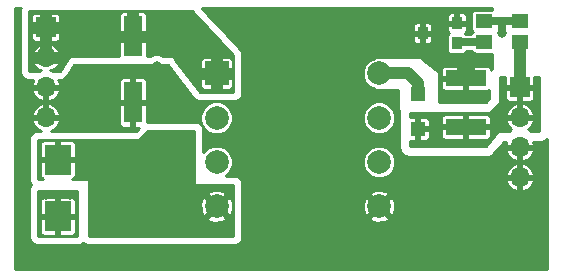
<source format=gtl>
G04 #@! TF.GenerationSoftware,KiCad,Pcbnew,5.0.0-rc2-unknown-r13164-44c1f578*
G04 #@! TF.CreationDate,2018-07-01T17:53:07+03:00*
G04 #@! TF.ProjectId,nixie-ps,6E697869652D70732E6B696361645F70,rev?*
G04 #@! TF.SameCoordinates,Original*
G04 #@! TF.FileFunction,Copper,L1,Top,Signal*
G04 #@! TF.FilePolarity,Positive*
%FSLAX46Y46*%
G04 Gerber Fmt 4.6, Leading zero omitted, Abs format (unit mm)*
G04 Created by KiCad (PCBNEW 5.0.0-rc2-unknown-r13164-44c1f578) date Sun Jul  1 17:53:07 2018*
%MOMM*%
%LPD*%
G01*
G04 APERTURE LIST*
G04 #@! TA.AperFunction,ComponentPad*
%ADD10C,2.000000*%
G04 #@! TD*
G04 #@! TA.AperFunction,ComponentPad*
%ADD11R,2.000000X2.000000*%
G04 #@! TD*
G04 #@! TA.AperFunction,SMDPad,CuDef*
%ADD12R,1.600000X3.500000*%
G04 #@! TD*
G04 #@! TA.AperFunction,SMDPad,CuDef*
%ADD13R,3.500000X1.400000*%
G04 #@! TD*
G04 #@! TA.AperFunction,SMDPad,CuDef*
%ADD14R,1.250000X1.250000*%
G04 #@! TD*
G04 #@! TA.AperFunction,SMDPad,CuDef*
%ADD15R,2.300000X2.500000*%
G04 #@! TD*
G04 #@! TA.AperFunction,SMDPad,CuDef*
%ADD16R,1.450000X1.150000*%
G04 #@! TD*
G04 #@! TA.AperFunction,SMDPad,CuDef*
%ADD17R,0.900000X1.100000*%
G04 #@! TD*
G04 #@! TA.AperFunction,ComponentPad*
%ADD18R,1.700000X1.700000*%
G04 #@! TD*
G04 #@! TA.AperFunction,ComponentPad*
%ADD19O,1.700000X1.700000*%
G04 #@! TD*
G04 #@! TA.AperFunction,ViaPad*
%ADD20C,0.800000*%
G04 #@! TD*
G04 #@! TA.AperFunction,Conductor*
%ADD21C,0.300000*%
G04 #@! TD*
G04 #@! TA.AperFunction,Conductor*
%ADD22C,1.500000*%
G04 #@! TD*
G04 #@! TA.AperFunction,Conductor*
%ADD23C,1.000000*%
G04 #@! TD*
G04 #@! TA.AperFunction,Conductor*
%ADD24C,0.700000*%
G04 #@! TD*
G04 #@! TA.AperFunction,Conductor*
%ADD25C,0.254000*%
G04 #@! TD*
G04 APERTURE END LIST*
D10*
G04 #@! TO.P,T1,8*
G04 #@! TO.N,Net-(D1-Pad2)*
X128287000Y-105000000D03*
G04 #@! TO.P,T1,7*
G04 #@! TO.N,Net-(T1-Pad7)*
X128287000Y-108750000D03*
G04 #@! TO.P,T1,6*
G04 #@! TO.N,Net-(T1-Pad6)*
X128287000Y-112500000D03*
G04 #@! TO.P,T1,5*
G04 #@! TO.N,GND*
X128287000Y-116250000D03*
G04 #@! TO.P,T1,4*
G04 #@! TO.N,Net-(D2-Pad1)*
X114537000Y-116250000D03*
G04 #@! TO.P,T1,3*
G04 #@! TO.N,Net-(T1-Pad3)*
X114537000Y-112500000D03*
G04 #@! TO.P,T1,2*
G04 #@! TO.N,Net-(T1-Pad2)*
X114537000Y-108750000D03*
D11*
G04 #@! TO.P,T1,1*
G04 #@! TO.N,/VIN*
X114537000Y-105000000D03*
G04 #@! TD*
D12*
G04 #@! TO.P,C1,1*
G04 #@! TO.N,/VIN*
X107442000Y-101848000D03*
G04 #@! TO.P,C1,2*
G04 #@! TO.N,GND*
X107442000Y-107448000D03*
G04 #@! TD*
D13*
G04 #@! TO.P,C2,1*
G04 #@! TO.N,/VOUT*
X135636000Y-109510000D03*
G04 #@! TO.P,C2,2*
G04 #@! TO.N,GND*
X135636000Y-105410000D03*
G04 #@! TD*
D14*
G04 #@! TO.P,D1,1*
G04 #@! TO.N,/VOUT*
X131572000Y-109679000D03*
G04 #@! TO.P,D1,2*
G04 #@! TO.N,Net-(D1-Pad2)*
X131572000Y-106729000D03*
G04 #@! TD*
D15*
G04 #@! TO.P,D2,1*
G04 #@! TO.N,Net-(D2-Pad1)*
X101092000Y-112294000D03*
G04 #@! TO.P,D2,2*
G04 #@! TO.N,/ISEN*
X101092000Y-117094000D03*
G04 #@! TD*
D16*
G04 #@! TO.P,R1,2*
G04 #@! TO.N,/FB*
X140208000Y-100562000D03*
G04 #@! TO.P,R1,1*
G04 #@! TO.N,/VOUT*
X140208000Y-102362000D03*
G04 #@! TD*
G04 #@! TO.P,R2,1*
G04 #@! TO.N,/FB*
X137160000Y-100562000D03*
G04 #@! TO.P,R2,2*
G04 #@! TO.N,Net-(R2-Pad2)*
X137160000Y-102362000D03*
G04 #@! TD*
D17*
G04 #@! TO.P,RV1,1*
G04 #@! TO.N,Net-(R2-Pad2)*
X134874000Y-102450000D03*
G04 #@! TO.P,RV1,2*
G04 #@! TO.N,GND*
X131974000Y-101600000D03*
G04 #@! TO.P,RV1,3*
X134874000Y-100750000D03*
G04 #@! TD*
D18*
G04 #@! TO.P,J1,1*
G04 #@! TO.N,/VIN*
X100076000Y-101092000D03*
D19*
G04 #@! TO.P,J1,2*
X100076000Y-103632000D03*
G04 #@! TO.P,J1,3*
G04 #@! TO.N,GND*
X100076000Y-106172000D03*
G04 #@! TO.P,J1,4*
X100076000Y-108712000D03*
G04 #@! TD*
G04 #@! TO.P,J2,4*
G04 #@! TO.N,GND*
X140208000Y-113792000D03*
G04 #@! TO.P,J2,3*
X140208000Y-111252000D03*
G04 #@! TO.P,J2,2*
G04 #@! TO.N,/VOUT*
X140208000Y-108712000D03*
D18*
G04 #@! TO.P,J2,1*
X140208000Y-106172000D03*
G04 #@! TD*
D20*
G04 #@! TO.N,GND*
X98298000Y-119761000D03*
X98298000Y-120967500D03*
X134366000Y-103949500D03*
X135763000Y-103949500D03*
X137033000Y-103949500D03*
X115316000Y-100330000D03*
X117094000Y-100330000D03*
X119126000Y-100330000D03*
X116332000Y-107950000D03*
X116332000Y-109474000D03*
X116332000Y-110998000D03*
X98298000Y-118618000D03*
X98298000Y-117348000D03*
X108458000Y-105156000D03*
X109474000Y-104394000D03*
X116332000Y-112522000D03*
X133096000Y-104000000D03*
G04 #@! TO.N,Net-(D2-Pad1)*
X106172000Y-111760000D03*
X107696000Y-111760000D03*
X109220000Y-111760000D03*
X110744000Y-111760000D03*
X111760000Y-111252000D03*
X111760000Y-112776000D03*
X111760000Y-114300000D03*
X113284000Y-114808000D03*
X111760000Y-115824000D03*
X112776000Y-115824000D03*
X112268000Y-118237000D03*
X112268000Y-116840000D03*
X106362500Y-118237000D03*
X107696000Y-118237000D03*
X109220000Y-118237000D03*
X110744000Y-118237000D03*
X113792000Y-118237000D03*
X115316000Y-118237000D03*
X108712000Y-110744000D03*
X110236000Y-110744000D03*
G04 #@! TO.N,/FB*
X138684000Y-101600000D03*
G04 #@! TO.N,/ISEN*
X100076000Y-115316000D03*
X101092000Y-115316000D03*
X102108000Y-115316000D03*
G04 #@! TD*
D21*
G04 #@! TO.N,GND*
X135636000Y-104076500D02*
X135763000Y-103949500D01*
D22*
X135636000Y-105283000D02*
X135636000Y-104013000D01*
D23*
G04 #@! TO.N,/VOUT*
X140208000Y-103237000D02*
X140208000Y-106172000D01*
X140208000Y-102362000D02*
X140208000Y-103237000D01*
D24*
G04 #@! TO.N,/FB*
X140208000Y-100562000D02*
X138684000Y-100562000D01*
X138684000Y-101600000D02*
X138684000Y-100562000D01*
X138684000Y-100562000D02*
X137160000Y-100562000D01*
D21*
G04 #@! TO.N,Net-(R2-Pad2)*
X135050000Y-102362000D02*
X134874000Y-102538000D01*
D24*
X137414000Y-102362000D02*
X135050000Y-102362000D01*
D23*
G04 #@! TO.N,Net-(D1-Pad2)*
X131572000Y-105804000D02*
X131572000Y-106729000D01*
X130768000Y-105000000D02*
X131572000Y-105804000D01*
X128287000Y-105000000D02*
X130768000Y-105000000D01*
G04 #@! TD*
D25*
G04 #@! TO.N,/VIN*
G36*
X115951000Y-103428058D02*
X115951000Y-106553000D01*
X113093500Y-106553000D01*
X112279938Y-105468250D01*
X113156000Y-105468250D01*
X113156000Y-106075785D01*
X113214004Y-106215819D01*
X113321180Y-106322996D01*
X113461214Y-106381000D01*
X114068750Y-106381000D01*
X114164000Y-106285750D01*
X114164000Y-105373000D01*
X114910000Y-105373000D01*
X114910000Y-106285750D01*
X115005250Y-106381000D01*
X115612786Y-106381000D01*
X115752820Y-106322996D01*
X115859996Y-106215819D01*
X115918000Y-106075785D01*
X115918000Y-105468250D01*
X115822750Y-105373000D01*
X114910000Y-105373000D01*
X114164000Y-105373000D01*
X113251250Y-105373000D01*
X113156000Y-105468250D01*
X112279938Y-105468250D01*
X111121912Y-103924215D01*
X113156000Y-103924215D01*
X113156000Y-104531750D01*
X113251250Y-104627000D01*
X114164000Y-104627000D01*
X114164000Y-103714250D01*
X114910000Y-103714250D01*
X114910000Y-104627000D01*
X115822750Y-104627000D01*
X115918000Y-104531750D01*
X115918000Y-103924215D01*
X115859996Y-103784181D01*
X115752820Y-103677004D01*
X115612786Y-103619000D01*
X115005250Y-103619000D01*
X114910000Y-103714250D01*
X114164000Y-103714250D01*
X114068750Y-103619000D01*
X113461214Y-103619000D01*
X113321180Y-103677004D01*
X113214004Y-103784181D01*
X113156000Y-103924215D01*
X111121912Y-103924215D01*
X110845600Y-103555800D01*
X110808706Y-103522720D01*
X110744000Y-103505000D01*
X110032350Y-103505000D01*
X109679874Y-103359000D01*
X109268126Y-103359000D01*
X108915650Y-103505000D01*
X108623000Y-103505000D01*
X108623000Y-102316250D01*
X108527750Y-102221000D01*
X107815000Y-102221000D01*
X107815000Y-102241000D01*
X107069000Y-102241000D01*
X107069000Y-102221000D01*
X106356250Y-102221000D01*
X106261000Y-102316250D01*
X106261000Y-103505000D01*
X102108000Y-103505000D01*
X102059399Y-103514667D01*
X102018197Y-103542197D01*
X101999098Y-103566659D01*
X101274093Y-104775000D01*
X100658170Y-104775000D01*
X100655418Y-104773161D01*
X100449002Y-104732102D01*
X100449002Y-104709915D01*
X100627931Y-104732371D01*
X101007012Y-104437395D01*
X101176336Y-104183926D01*
X101148753Y-104005000D01*
X100449000Y-104005000D01*
X100449000Y-104025000D01*
X99703000Y-104025000D01*
X99703000Y-104005000D01*
X99003247Y-104005000D01*
X98975664Y-104183926D01*
X99144988Y-104437395D01*
X99524069Y-104732371D01*
X99702998Y-104709915D01*
X99702998Y-104732102D01*
X99496582Y-104773161D01*
X99493830Y-104775000D01*
X98679000Y-104775000D01*
X98679000Y-103080074D01*
X98975664Y-103080074D01*
X99003247Y-103259000D01*
X99703000Y-103259000D01*
X99703000Y-102554085D01*
X100449000Y-102554085D01*
X100449000Y-103259000D01*
X101148753Y-103259000D01*
X101176336Y-103080074D01*
X101007012Y-102826605D01*
X100627931Y-102531629D01*
X100449000Y-102554085D01*
X99703000Y-102554085D01*
X99524069Y-102531629D01*
X99144988Y-102826605D01*
X98975664Y-103080074D01*
X98679000Y-103080074D01*
X98679000Y-101560250D01*
X98845000Y-101560250D01*
X98845000Y-102017785D01*
X98903004Y-102157819D01*
X99010180Y-102264996D01*
X99150214Y-102323000D01*
X99607750Y-102323000D01*
X99703000Y-102227750D01*
X99703000Y-101465000D01*
X100449000Y-101465000D01*
X100449000Y-102227750D01*
X100544250Y-102323000D01*
X101001786Y-102323000D01*
X101141820Y-102264996D01*
X101248996Y-102157819D01*
X101307000Y-102017785D01*
X101307000Y-101560250D01*
X101211750Y-101465000D01*
X100449000Y-101465000D01*
X99703000Y-101465000D01*
X98940250Y-101465000D01*
X98845000Y-101560250D01*
X98679000Y-101560250D01*
X98679000Y-100166215D01*
X98845000Y-100166215D01*
X98845000Y-100623750D01*
X98940250Y-100719000D01*
X99703000Y-100719000D01*
X99703000Y-99956250D01*
X100449000Y-99956250D01*
X100449000Y-100719000D01*
X101211750Y-100719000D01*
X101307000Y-100623750D01*
X101307000Y-100166215D01*
X101248996Y-100026181D01*
X101245030Y-100022214D01*
X106261000Y-100022214D01*
X106261000Y-101379750D01*
X106356250Y-101475000D01*
X107069000Y-101475000D01*
X107069000Y-99812250D01*
X107815000Y-99812250D01*
X107815000Y-101475000D01*
X108527750Y-101475000D01*
X108623000Y-101379750D01*
X108623000Y-100022214D01*
X108564996Y-99882180D01*
X108457819Y-99775004D01*
X108317785Y-99717000D01*
X107910250Y-99717000D01*
X107815000Y-99812250D01*
X107069000Y-99812250D01*
X106973750Y-99717000D01*
X106566215Y-99717000D01*
X106426181Y-99775004D01*
X106319004Y-99882180D01*
X106261000Y-100022214D01*
X101245030Y-100022214D01*
X101141820Y-99919004D01*
X101001786Y-99861000D01*
X100544250Y-99861000D01*
X100449000Y-99956250D01*
X99703000Y-99956250D01*
X99607750Y-99861000D01*
X99150214Y-99861000D01*
X99010180Y-99919004D01*
X98903004Y-100026181D01*
X98845000Y-100166215D01*
X98679000Y-100166215D01*
X98679000Y-99710000D01*
X112480812Y-99710000D01*
X115951000Y-103428058D01*
X115951000Y-103428058D01*
G37*
X115951000Y-103428058D02*
X115951000Y-106553000D01*
X113093500Y-106553000D01*
X112279938Y-105468250D01*
X113156000Y-105468250D01*
X113156000Y-106075785D01*
X113214004Y-106215819D01*
X113321180Y-106322996D01*
X113461214Y-106381000D01*
X114068750Y-106381000D01*
X114164000Y-106285750D01*
X114164000Y-105373000D01*
X114910000Y-105373000D01*
X114910000Y-106285750D01*
X115005250Y-106381000D01*
X115612786Y-106381000D01*
X115752820Y-106322996D01*
X115859996Y-106215819D01*
X115918000Y-106075785D01*
X115918000Y-105468250D01*
X115822750Y-105373000D01*
X114910000Y-105373000D01*
X114164000Y-105373000D01*
X113251250Y-105373000D01*
X113156000Y-105468250D01*
X112279938Y-105468250D01*
X111121912Y-103924215D01*
X113156000Y-103924215D01*
X113156000Y-104531750D01*
X113251250Y-104627000D01*
X114164000Y-104627000D01*
X114164000Y-103714250D01*
X114910000Y-103714250D01*
X114910000Y-104627000D01*
X115822750Y-104627000D01*
X115918000Y-104531750D01*
X115918000Y-103924215D01*
X115859996Y-103784181D01*
X115752820Y-103677004D01*
X115612786Y-103619000D01*
X115005250Y-103619000D01*
X114910000Y-103714250D01*
X114164000Y-103714250D01*
X114068750Y-103619000D01*
X113461214Y-103619000D01*
X113321180Y-103677004D01*
X113214004Y-103784181D01*
X113156000Y-103924215D01*
X111121912Y-103924215D01*
X110845600Y-103555800D01*
X110808706Y-103522720D01*
X110744000Y-103505000D01*
X110032350Y-103505000D01*
X109679874Y-103359000D01*
X109268126Y-103359000D01*
X108915650Y-103505000D01*
X108623000Y-103505000D01*
X108623000Y-102316250D01*
X108527750Y-102221000D01*
X107815000Y-102221000D01*
X107815000Y-102241000D01*
X107069000Y-102241000D01*
X107069000Y-102221000D01*
X106356250Y-102221000D01*
X106261000Y-102316250D01*
X106261000Y-103505000D01*
X102108000Y-103505000D01*
X102059399Y-103514667D01*
X102018197Y-103542197D01*
X101999098Y-103566659D01*
X101274093Y-104775000D01*
X100658170Y-104775000D01*
X100655418Y-104773161D01*
X100449002Y-104732102D01*
X100449002Y-104709915D01*
X100627931Y-104732371D01*
X101007012Y-104437395D01*
X101176336Y-104183926D01*
X101148753Y-104005000D01*
X100449000Y-104005000D01*
X100449000Y-104025000D01*
X99703000Y-104025000D01*
X99703000Y-104005000D01*
X99003247Y-104005000D01*
X98975664Y-104183926D01*
X99144988Y-104437395D01*
X99524069Y-104732371D01*
X99702998Y-104709915D01*
X99702998Y-104732102D01*
X99496582Y-104773161D01*
X99493830Y-104775000D01*
X98679000Y-104775000D01*
X98679000Y-103080074D01*
X98975664Y-103080074D01*
X99003247Y-103259000D01*
X99703000Y-103259000D01*
X99703000Y-102554085D01*
X100449000Y-102554085D01*
X100449000Y-103259000D01*
X101148753Y-103259000D01*
X101176336Y-103080074D01*
X101007012Y-102826605D01*
X100627931Y-102531629D01*
X100449000Y-102554085D01*
X99703000Y-102554085D01*
X99524069Y-102531629D01*
X99144988Y-102826605D01*
X98975664Y-103080074D01*
X98679000Y-103080074D01*
X98679000Y-101560250D01*
X98845000Y-101560250D01*
X98845000Y-102017785D01*
X98903004Y-102157819D01*
X99010180Y-102264996D01*
X99150214Y-102323000D01*
X99607750Y-102323000D01*
X99703000Y-102227750D01*
X99703000Y-101465000D01*
X100449000Y-101465000D01*
X100449000Y-102227750D01*
X100544250Y-102323000D01*
X101001786Y-102323000D01*
X101141820Y-102264996D01*
X101248996Y-102157819D01*
X101307000Y-102017785D01*
X101307000Y-101560250D01*
X101211750Y-101465000D01*
X100449000Y-101465000D01*
X99703000Y-101465000D01*
X98940250Y-101465000D01*
X98845000Y-101560250D01*
X98679000Y-101560250D01*
X98679000Y-100166215D01*
X98845000Y-100166215D01*
X98845000Y-100623750D01*
X98940250Y-100719000D01*
X99703000Y-100719000D01*
X99703000Y-99956250D01*
X100449000Y-99956250D01*
X100449000Y-100719000D01*
X101211750Y-100719000D01*
X101307000Y-100623750D01*
X101307000Y-100166215D01*
X101248996Y-100026181D01*
X101245030Y-100022214D01*
X106261000Y-100022214D01*
X106261000Y-101379750D01*
X106356250Y-101475000D01*
X107069000Y-101475000D01*
X107069000Y-99812250D01*
X107815000Y-99812250D01*
X107815000Y-101475000D01*
X108527750Y-101475000D01*
X108623000Y-101379750D01*
X108623000Y-100022214D01*
X108564996Y-99882180D01*
X108457819Y-99775004D01*
X108317785Y-99717000D01*
X107910250Y-99717000D01*
X107815000Y-99812250D01*
X107069000Y-99812250D01*
X106973750Y-99717000D01*
X106566215Y-99717000D01*
X106426181Y-99775004D01*
X106319004Y-99882180D01*
X106261000Y-100022214D01*
X101245030Y-100022214D01*
X101141820Y-99919004D01*
X101001786Y-99861000D01*
X100544250Y-99861000D01*
X100449000Y-99956250D01*
X99703000Y-99956250D01*
X99607750Y-99861000D01*
X99150214Y-99861000D01*
X99010180Y-99919004D01*
X98903004Y-100026181D01*
X98845000Y-100166215D01*
X98679000Y-100166215D01*
X98679000Y-99710000D01*
X112480812Y-99710000D01*
X115951000Y-103428058D01*
G04 #@! TO.N,Net-(D2-Pad1)*
G36*
X112649000Y-114300000D02*
X112658667Y-114348601D01*
X112686197Y-114389803D01*
X112727399Y-114417333D01*
X112776000Y-114427000D01*
X115951000Y-114427000D01*
X115951000Y-118745000D01*
X103759000Y-118745000D01*
X103759000Y-117263742D01*
X113702863Y-117263742D01*
X113815485Y-117459146D01*
X114333126Y-117643217D01*
X114881806Y-117615184D01*
X115258515Y-117459146D01*
X115371137Y-117263742D01*
X114537000Y-116429605D01*
X113702863Y-117263742D01*
X103759000Y-117263742D01*
X103759000Y-116046126D01*
X113143783Y-116046126D01*
X113171816Y-116594806D01*
X113327854Y-116971515D01*
X113523258Y-117084137D01*
X114357395Y-116250000D01*
X114716605Y-116250000D01*
X115550742Y-117084137D01*
X115746146Y-116971515D01*
X115930217Y-116453874D01*
X115902184Y-115905194D01*
X115746146Y-115528485D01*
X115550742Y-115415863D01*
X114716605Y-116250000D01*
X114357395Y-116250000D01*
X113523258Y-115415863D01*
X113327854Y-115528485D01*
X113143783Y-116046126D01*
X103759000Y-116046126D01*
X103759000Y-115236258D01*
X113702863Y-115236258D01*
X114537000Y-116070395D01*
X115371137Y-115236258D01*
X115258515Y-115040854D01*
X114740874Y-114856783D01*
X114192194Y-114884816D01*
X113815485Y-115040854D01*
X113702863Y-115236258D01*
X103759000Y-115236258D01*
X103759000Y-114046000D01*
X103749333Y-113997399D01*
X103721803Y-113956197D01*
X103680601Y-113928667D01*
X103632000Y-113919000D01*
X102332270Y-113919000D01*
X102457819Y-113866996D01*
X102564996Y-113759820D01*
X102623000Y-113619786D01*
X102623000Y-112516250D01*
X102527750Y-112421000D01*
X101219000Y-112421000D01*
X101219000Y-112441000D01*
X100965000Y-112441000D01*
X100965000Y-112421000D01*
X99656250Y-112421000D01*
X99561000Y-112516250D01*
X99561000Y-113619786D01*
X99619004Y-113759820D01*
X99726181Y-113866996D01*
X99851730Y-113919000D01*
X99441000Y-113919000D01*
X99441000Y-110968214D01*
X99561000Y-110968214D01*
X99561000Y-112071750D01*
X99656250Y-112167000D01*
X100965000Y-112167000D01*
X100965000Y-110758250D01*
X101219000Y-110758250D01*
X101219000Y-112167000D01*
X102527750Y-112167000D01*
X102623000Y-112071750D01*
X102623000Y-110968214D01*
X102564996Y-110828180D01*
X102457819Y-110721004D01*
X102317785Y-110663000D01*
X101314250Y-110663000D01*
X101219000Y-110758250D01*
X100965000Y-110758250D01*
X100869750Y-110663000D01*
X99866215Y-110663000D01*
X99726181Y-110721004D01*
X99619004Y-110828180D01*
X99561000Y-110968214D01*
X99441000Y-110968214D01*
X99441000Y-110617000D01*
X107950000Y-110617000D01*
X107998601Y-110607333D01*
X108039803Y-110579803D01*
X108764606Y-109855000D01*
X112649000Y-109855000D01*
X112649000Y-114300000D01*
X112649000Y-114300000D01*
G37*
X112649000Y-114300000D02*
X112658667Y-114348601D01*
X112686197Y-114389803D01*
X112727399Y-114417333D01*
X112776000Y-114427000D01*
X115951000Y-114427000D01*
X115951000Y-118745000D01*
X103759000Y-118745000D01*
X103759000Y-117263742D01*
X113702863Y-117263742D01*
X113815485Y-117459146D01*
X114333126Y-117643217D01*
X114881806Y-117615184D01*
X115258515Y-117459146D01*
X115371137Y-117263742D01*
X114537000Y-116429605D01*
X113702863Y-117263742D01*
X103759000Y-117263742D01*
X103759000Y-116046126D01*
X113143783Y-116046126D01*
X113171816Y-116594806D01*
X113327854Y-116971515D01*
X113523258Y-117084137D01*
X114357395Y-116250000D01*
X114716605Y-116250000D01*
X115550742Y-117084137D01*
X115746146Y-116971515D01*
X115930217Y-116453874D01*
X115902184Y-115905194D01*
X115746146Y-115528485D01*
X115550742Y-115415863D01*
X114716605Y-116250000D01*
X114357395Y-116250000D01*
X113523258Y-115415863D01*
X113327854Y-115528485D01*
X113143783Y-116046126D01*
X103759000Y-116046126D01*
X103759000Y-115236258D01*
X113702863Y-115236258D01*
X114537000Y-116070395D01*
X115371137Y-115236258D01*
X115258515Y-115040854D01*
X114740874Y-114856783D01*
X114192194Y-114884816D01*
X113815485Y-115040854D01*
X113702863Y-115236258D01*
X103759000Y-115236258D01*
X103759000Y-114046000D01*
X103749333Y-113997399D01*
X103721803Y-113956197D01*
X103680601Y-113928667D01*
X103632000Y-113919000D01*
X102332270Y-113919000D01*
X102457819Y-113866996D01*
X102564996Y-113759820D01*
X102623000Y-113619786D01*
X102623000Y-112516250D01*
X102527750Y-112421000D01*
X101219000Y-112421000D01*
X101219000Y-112441000D01*
X100965000Y-112441000D01*
X100965000Y-112421000D01*
X99656250Y-112421000D01*
X99561000Y-112516250D01*
X99561000Y-113619786D01*
X99619004Y-113759820D01*
X99726181Y-113866996D01*
X99851730Y-113919000D01*
X99441000Y-113919000D01*
X99441000Y-110968214D01*
X99561000Y-110968214D01*
X99561000Y-112071750D01*
X99656250Y-112167000D01*
X100965000Y-112167000D01*
X100965000Y-110758250D01*
X101219000Y-110758250D01*
X101219000Y-112167000D01*
X102527750Y-112167000D01*
X102623000Y-112071750D01*
X102623000Y-110968214D01*
X102564996Y-110828180D01*
X102457819Y-110721004D01*
X102317785Y-110663000D01*
X101314250Y-110663000D01*
X101219000Y-110758250D01*
X100965000Y-110758250D01*
X100869750Y-110663000D01*
X99866215Y-110663000D01*
X99726181Y-110721004D01*
X99619004Y-110828180D01*
X99561000Y-110968214D01*
X99441000Y-110968214D01*
X99441000Y-110617000D01*
X107950000Y-110617000D01*
X107998601Y-110607333D01*
X108039803Y-110579803D01*
X108764606Y-109855000D01*
X112649000Y-109855000D01*
X112649000Y-114300000D01*
G04 #@! TO.N,/ISEN*
G36*
X102743000Y-118745000D02*
X99441000Y-118745000D01*
X99441000Y-117316250D01*
X99561000Y-117316250D01*
X99561000Y-118419786D01*
X99619004Y-118559820D01*
X99726181Y-118666996D01*
X99866215Y-118725000D01*
X100869750Y-118725000D01*
X100965000Y-118629750D01*
X100965000Y-117221000D01*
X101219000Y-117221000D01*
X101219000Y-118629750D01*
X101314250Y-118725000D01*
X102317785Y-118725000D01*
X102457819Y-118666996D01*
X102564996Y-118559820D01*
X102623000Y-118419786D01*
X102623000Y-117316250D01*
X102527750Y-117221000D01*
X101219000Y-117221000D01*
X100965000Y-117221000D01*
X99656250Y-117221000D01*
X99561000Y-117316250D01*
X99441000Y-117316250D01*
X99441000Y-115768214D01*
X99561000Y-115768214D01*
X99561000Y-116871750D01*
X99656250Y-116967000D01*
X100965000Y-116967000D01*
X100965000Y-115558250D01*
X101219000Y-115558250D01*
X101219000Y-116967000D01*
X102527750Y-116967000D01*
X102623000Y-116871750D01*
X102623000Y-115768214D01*
X102564996Y-115628180D01*
X102457819Y-115521004D01*
X102317785Y-115463000D01*
X101314250Y-115463000D01*
X101219000Y-115558250D01*
X100965000Y-115558250D01*
X100869750Y-115463000D01*
X99866215Y-115463000D01*
X99726181Y-115521004D01*
X99619004Y-115628180D01*
X99561000Y-115768214D01*
X99441000Y-115768214D01*
X99441000Y-114935000D01*
X102743000Y-114935000D01*
X102743000Y-118745000D01*
X102743000Y-118745000D01*
G37*
X102743000Y-118745000D02*
X99441000Y-118745000D01*
X99441000Y-117316250D01*
X99561000Y-117316250D01*
X99561000Y-118419786D01*
X99619004Y-118559820D01*
X99726181Y-118666996D01*
X99866215Y-118725000D01*
X100869750Y-118725000D01*
X100965000Y-118629750D01*
X100965000Y-117221000D01*
X101219000Y-117221000D01*
X101219000Y-118629750D01*
X101314250Y-118725000D01*
X102317785Y-118725000D01*
X102457819Y-118666996D01*
X102564996Y-118559820D01*
X102623000Y-118419786D01*
X102623000Y-117316250D01*
X102527750Y-117221000D01*
X101219000Y-117221000D01*
X100965000Y-117221000D01*
X99656250Y-117221000D01*
X99561000Y-117316250D01*
X99441000Y-117316250D01*
X99441000Y-115768214D01*
X99561000Y-115768214D01*
X99561000Y-116871750D01*
X99656250Y-116967000D01*
X100965000Y-116967000D01*
X100965000Y-115558250D01*
X101219000Y-115558250D01*
X101219000Y-116967000D01*
X102527750Y-116967000D01*
X102623000Y-116871750D01*
X102623000Y-115768214D01*
X102564996Y-115628180D01*
X102457819Y-115521004D01*
X102317785Y-115463000D01*
X101314250Y-115463000D01*
X101219000Y-115558250D01*
X100965000Y-115558250D01*
X100869750Y-115463000D01*
X99866215Y-115463000D01*
X99726181Y-115521004D01*
X99619004Y-115628180D01*
X99561000Y-115768214D01*
X99441000Y-115768214D01*
X99441000Y-114935000D01*
X102743000Y-114935000D01*
X102743000Y-118745000D01*
G04 #@! TO.N,/VOUT*
G36*
X138977000Y-105949750D02*
X139072250Y-106045000D01*
X140081000Y-106045000D01*
X140081000Y-106025000D01*
X140335000Y-106025000D01*
X140335000Y-106045000D01*
X141343750Y-106045000D01*
X141439000Y-105949750D01*
X141439000Y-105283000D01*
X141859000Y-105283000D01*
X141859000Y-109855000D01*
X141135761Y-109855000D01*
X140917015Y-109708838D01*
X140956056Y-109689652D01*
X141273245Y-109328964D01*
X141397489Y-109028980D01*
X141336627Y-108839000D01*
X140335000Y-108839000D01*
X140335000Y-108859000D01*
X140081000Y-108859000D01*
X140081000Y-108839000D01*
X139079373Y-108839000D01*
X139018511Y-109028980D01*
X139142755Y-109328964D01*
X139459944Y-109689652D01*
X139498985Y-109708838D01*
X139280239Y-109855000D01*
X138430000Y-109855000D01*
X138381399Y-109864667D01*
X138330830Y-109902664D01*
X137352961Y-111125000D01*
X130937000Y-111125000D01*
X130937000Y-110685000D01*
X131349750Y-110685000D01*
X131445000Y-110589750D01*
X131445000Y-109806000D01*
X131699000Y-109806000D01*
X131699000Y-110589750D01*
X131794250Y-110685000D01*
X132272785Y-110685000D01*
X132412819Y-110626996D01*
X132519996Y-110519820D01*
X132578000Y-110379786D01*
X132578000Y-109901250D01*
X132482750Y-109806000D01*
X131699000Y-109806000D01*
X131445000Y-109806000D01*
X131425000Y-109806000D01*
X131425000Y-109732250D01*
X133505000Y-109732250D01*
X133505000Y-110285786D01*
X133563004Y-110425820D01*
X133670181Y-110532996D01*
X133810215Y-110591000D01*
X135413750Y-110591000D01*
X135509000Y-110495750D01*
X135509000Y-109637000D01*
X135763000Y-109637000D01*
X135763000Y-110495750D01*
X135858250Y-110591000D01*
X137461785Y-110591000D01*
X137601819Y-110532996D01*
X137708996Y-110425820D01*
X137767000Y-110285786D01*
X137767000Y-109732250D01*
X137671750Y-109637000D01*
X135763000Y-109637000D01*
X135509000Y-109637000D01*
X133600250Y-109637000D01*
X133505000Y-109732250D01*
X131425000Y-109732250D01*
X131425000Y-109552000D01*
X131445000Y-109552000D01*
X131445000Y-108768250D01*
X131699000Y-108768250D01*
X131699000Y-109552000D01*
X132482750Y-109552000D01*
X132578000Y-109456750D01*
X132578000Y-108978214D01*
X132519996Y-108838180D01*
X132416030Y-108734214D01*
X133505000Y-108734214D01*
X133505000Y-109287750D01*
X133600250Y-109383000D01*
X135509000Y-109383000D01*
X135509000Y-108524250D01*
X135763000Y-108524250D01*
X135763000Y-109383000D01*
X137671750Y-109383000D01*
X137767000Y-109287750D01*
X137767000Y-108734214D01*
X137708996Y-108594180D01*
X137601819Y-108487004D01*
X137461785Y-108429000D01*
X135858250Y-108429000D01*
X135763000Y-108524250D01*
X135509000Y-108524250D01*
X135413750Y-108429000D01*
X133810215Y-108429000D01*
X133670181Y-108487004D01*
X133563004Y-108594180D01*
X133505000Y-108734214D01*
X132416030Y-108734214D01*
X132412819Y-108731004D01*
X132272785Y-108673000D01*
X131794250Y-108673000D01*
X131699000Y-108768250D01*
X131445000Y-108768250D01*
X131349750Y-108673000D01*
X130937000Y-108673000D01*
X130937000Y-108395020D01*
X139018511Y-108395020D01*
X139079373Y-108585000D01*
X140081000Y-108585000D01*
X140081000Y-107582807D01*
X140335000Y-107582807D01*
X140335000Y-108585000D01*
X141336627Y-108585000D01*
X141397489Y-108395020D01*
X141273245Y-108095036D01*
X140956056Y-107734348D01*
X140524982Y-107522499D01*
X140335000Y-107582807D01*
X140081000Y-107582807D01*
X139891018Y-107522499D01*
X139459944Y-107734348D01*
X139142755Y-108095036D01*
X139018511Y-108395020D01*
X130937000Y-108395020D01*
X130937000Y-108331000D01*
X137668000Y-108331000D01*
X137716601Y-108321333D01*
X137757803Y-108293803D01*
X138519803Y-107531803D01*
X138547333Y-107490601D01*
X138557000Y-107442000D01*
X138557000Y-106394250D01*
X138977000Y-106394250D01*
X138977000Y-107097785D01*
X139035004Y-107237819D01*
X139142180Y-107344996D01*
X139282214Y-107403000D01*
X139985750Y-107403000D01*
X140081000Y-107307750D01*
X140081000Y-106299000D01*
X140335000Y-106299000D01*
X140335000Y-107307750D01*
X140430250Y-107403000D01*
X141133786Y-107403000D01*
X141273820Y-107344996D01*
X141380996Y-107237819D01*
X141439000Y-107097785D01*
X141439000Y-106394250D01*
X141343750Y-106299000D01*
X140335000Y-106299000D01*
X140081000Y-106299000D01*
X139072250Y-106299000D01*
X138977000Y-106394250D01*
X138557000Y-106394250D01*
X138557000Y-105283000D01*
X138977000Y-105283000D01*
X138977000Y-105949750D01*
X138977000Y-105949750D01*
G37*
X138977000Y-105949750D02*
X139072250Y-106045000D01*
X140081000Y-106045000D01*
X140081000Y-106025000D01*
X140335000Y-106025000D01*
X140335000Y-106045000D01*
X141343750Y-106045000D01*
X141439000Y-105949750D01*
X141439000Y-105283000D01*
X141859000Y-105283000D01*
X141859000Y-109855000D01*
X141135761Y-109855000D01*
X140917015Y-109708838D01*
X140956056Y-109689652D01*
X141273245Y-109328964D01*
X141397489Y-109028980D01*
X141336627Y-108839000D01*
X140335000Y-108839000D01*
X140335000Y-108859000D01*
X140081000Y-108859000D01*
X140081000Y-108839000D01*
X139079373Y-108839000D01*
X139018511Y-109028980D01*
X139142755Y-109328964D01*
X139459944Y-109689652D01*
X139498985Y-109708838D01*
X139280239Y-109855000D01*
X138430000Y-109855000D01*
X138381399Y-109864667D01*
X138330830Y-109902664D01*
X137352961Y-111125000D01*
X130937000Y-111125000D01*
X130937000Y-110685000D01*
X131349750Y-110685000D01*
X131445000Y-110589750D01*
X131445000Y-109806000D01*
X131699000Y-109806000D01*
X131699000Y-110589750D01*
X131794250Y-110685000D01*
X132272785Y-110685000D01*
X132412819Y-110626996D01*
X132519996Y-110519820D01*
X132578000Y-110379786D01*
X132578000Y-109901250D01*
X132482750Y-109806000D01*
X131699000Y-109806000D01*
X131445000Y-109806000D01*
X131425000Y-109806000D01*
X131425000Y-109732250D01*
X133505000Y-109732250D01*
X133505000Y-110285786D01*
X133563004Y-110425820D01*
X133670181Y-110532996D01*
X133810215Y-110591000D01*
X135413750Y-110591000D01*
X135509000Y-110495750D01*
X135509000Y-109637000D01*
X135763000Y-109637000D01*
X135763000Y-110495750D01*
X135858250Y-110591000D01*
X137461785Y-110591000D01*
X137601819Y-110532996D01*
X137708996Y-110425820D01*
X137767000Y-110285786D01*
X137767000Y-109732250D01*
X137671750Y-109637000D01*
X135763000Y-109637000D01*
X135509000Y-109637000D01*
X133600250Y-109637000D01*
X133505000Y-109732250D01*
X131425000Y-109732250D01*
X131425000Y-109552000D01*
X131445000Y-109552000D01*
X131445000Y-108768250D01*
X131699000Y-108768250D01*
X131699000Y-109552000D01*
X132482750Y-109552000D01*
X132578000Y-109456750D01*
X132578000Y-108978214D01*
X132519996Y-108838180D01*
X132416030Y-108734214D01*
X133505000Y-108734214D01*
X133505000Y-109287750D01*
X133600250Y-109383000D01*
X135509000Y-109383000D01*
X135509000Y-108524250D01*
X135763000Y-108524250D01*
X135763000Y-109383000D01*
X137671750Y-109383000D01*
X137767000Y-109287750D01*
X137767000Y-108734214D01*
X137708996Y-108594180D01*
X137601819Y-108487004D01*
X137461785Y-108429000D01*
X135858250Y-108429000D01*
X135763000Y-108524250D01*
X135509000Y-108524250D01*
X135413750Y-108429000D01*
X133810215Y-108429000D01*
X133670181Y-108487004D01*
X133563004Y-108594180D01*
X133505000Y-108734214D01*
X132416030Y-108734214D01*
X132412819Y-108731004D01*
X132272785Y-108673000D01*
X131794250Y-108673000D01*
X131699000Y-108768250D01*
X131445000Y-108768250D01*
X131349750Y-108673000D01*
X130937000Y-108673000D01*
X130937000Y-108395020D01*
X139018511Y-108395020D01*
X139079373Y-108585000D01*
X140081000Y-108585000D01*
X140081000Y-107582807D01*
X140335000Y-107582807D01*
X140335000Y-108585000D01*
X141336627Y-108585000D01*
X141397489Y-108395020D01*
X141273245Y-108095036D01*
X140956056Y-107734348D01*
X140524982Y-107522499D01*
X140335000Y-107582807D01*
X140081000Y-107582807D01*
X139891018Y-107522499D01*
X139459944Y-107734348D01*
X139142755Y-108095036D01*
X139018511Y-108395020D01*
X130937000Y-108395020D01*
X130937000Y-108331000D01*
X137668000Y-108331000D01*
X137716601Y-108321333D01*
X137757803Y-108293803D01*
X138519803Y-107531803D01*
X138547333Y-107490601D01*
X138557000Y-107442000D01*
X138557000Y-106394250D01*
X138977000Y-106394250D01*
X138977000Y-107097785D01*
X139035004Y-107237819D01*
X139142180Y-107344996D01*
X139282214Y-107403000D01*
X139985750Y-107403000D01*
X140081000Y-107307750D01*
X140081000Y-106299000D01*
X140335000Y-106299000D01*
X140335000Y-107307750D01*
X140430250Y-107403000D01*
X141133786Y-107403000D01*
X141273820Y-107344996D01*
X141380996Y-107237819D01*
X141439000Y-107097785D01*
X141439000Y-106394250D01*
X141343750Y-106299000D01*
X140335000Y-106299000D01*
X140081000Y-106299000D01*
X139072250Y-106299000D01*
X138977000Y-106394250D01*
X138557000Y-106394250D01*
X138557000Y-105283000D01*
X138977000Y-105283000D01*
X138977000Y-105949750D01*
G04 #@! TO.N,GND*
G36*
X97917000Y-99568000D02*
X97917000Y-104902000D01*
X97965336Y-105145004D01*
X98102987Y-105351013D01*
X98308996Y-105488664D01*
X98552000Y-105537000D01*
X99026616Y-105537000D01*
X99010755Y-105555036D01*
X98886511Y-105855020D01*
X98947373Y-106045000D01*
X99949000Y-106045000D01*
X99949000Y-106025000D01*
X100203000Y-106025000D01*
X100203000Y-106045000D01*
X101204627Y-106045000D01*
X101265489Y-105855020D01*
X101169069Y-105622214D01*
X106261000Y-105622214D01*
X106261000Y-107225750D01*
X106356250Y-107321000D01*
X107315000Y-107321000D01*
X107315000Y-105412250D01*
X107569000Y-105412250D01*
X107569000Y-107321000D01*
X108527750Y-107321000D01*
X108623000Y-107225750D01*
X108623000Y-105622214D01*
X108564996Y-105482180D01*
X108457819Y-105375004D01*
X108317785Y-105317000D01*
X107664250Y-105317000D01*
X107569000Y-105412250D01*
X107315000Y-105412250D01*
X107219750Y-105317000D01*
X106566215Y-105317000D01*
X106426181Y-105375004D01*
X106319004Y-105482180D01*
X106261000Y-105622214D01*
X101169069Y-105622214D01*
X101141245Y-105555036D01*
X101125384Y-105537000D01*
X101346000Y-105537000D01*
X101500010Y-105518040D01*
X101724035Y-105412210D01*
X101890508Y-105228705D01*
X102467531Y-104267000D01*
X110426500Y-104267000D01*
X112522000Y-107061000D01*
X112786996Y-107266664D01*
X113030000Y-107315000D01*
X116078000Y-107315000D01*
X116321004Y-107266664D01*
X116527013Y-107129013D01*
X116664664Y-106923004D01*
X116713000Y-106680000D01*
X116713000Y-103378000D01*
X116672689Y-103155358D01*
X116542220Y-102944728D01*
X115494574Y-101822250D01*
X131143000Y-101822250D01*
X131143000Y-102225786D01*
X131201004Y-102365820D01*
X131308181Y-102472996D01*
X131448215Y-102531000D01*
X131751750Y-102531000D01*
X131847000Y-102435750D01*
X131847000Y-101727000D01*
X132101000Y-101727000D01*
X132101000Y-102435750D01*
X132196250Y-102531000D01*
X132499785Y-102531000D01*
X132639819Y-102472996D01*
X132746996Y-102365820D01*
X132805000Y-102225786D01*
X132805000Y-101822250D01*
X132709750Y-101727000D01*
X132101000Y-101727000D01*
X131847000Y-101727000D01*
X131238250Y-101727000D01*
X131143000Y-101822250D01*
X115494574Y-101822250D01*
X114703074Y-100974214D01*
X131143000Y-100974214D01*
X131143000Y-101377750D01*
X131238250Y-101473000D01*
X131847000Y-101473000D01*
X131847000Y-100764250D01*
X132101000Y-100764250D01*
X132101000Y-101473000D01*
X132709750Y-101473000D01*
X132805000Y-101377750D01*
X132805000Y-100974214D01*
X132746996Y-100834180D01*
X132639819Y-100727004D01*
X132499785Y-100669000D01*
X132196250Y-100669000D01*
X132101000Y-100764250D01*
X131847000Y-100764250D01*
X131751750Y-100669000D01*
X131448215Y-100669000D01*
X131308181Y-100727004D01*
X131201004Y-100834180D01*
X131143000Y-100974214D01*
X114703074Y-100974214D01*
X113909741Y-100124214D01*
X134043000Y-100124214D01*
X134043000Y-100527750D01*
X134138250Y-100623000D01*
X134747000Y-100623000D01*
X134747000Y-99914250D01*
X135001000Y-99914250D01*
X135001000Y-100623000D01*
X135609750Y-100623000D01*
X135705000Y-100527750D01*
X135705000Y-100124214D01*
X135646996Y-99984180D01*
X135539819Y-99877004D01*
X135399785Y-99819000D01*
X135096250Y-99819000D01*
X135001000Y-99914250D01*
X134747000Y-99914250D01*
X134651750Y-99819000D01*
X134348215Y-99819000D01*
X134208181Y-99877004D01*
X134101004Y-99984180D01*
X134043000Y-100124214D01*
X113909741Y-100124214D01*
X113286074Y-99456000D01*
X137873000Y-99456000D01*
X137873000Y-99598536D01*
X136435000Y-99598536D01*
X136286341Y-99628106D01*
X136160314Y-99712314D01*
X136076106Y-99838341D01*
X136046536Y-99987000D01*
X136046536Y-101137000D01*
X136076106Y-101285659D01*
X136160314Y-101411686D01*
X136235615Y-101462000D01*
X136160314Y-101512314D01*
X136081011Y-101631000D01*
X135602485Y-101631000D01*
X135598686Y-101625314D01*
X135562008Y-101600807D01*
X135646996Y-101515820D01*
X135705000Y-101375786D01*
X135705000Y-100972250D01*
X135609750Y-100877000D01*
X135001000Y-100877000D01*
X135001000Y-100897000D01*
X134747000Y-100897000D01*
X134747000Y-100877000D01*
X134138250Y-100877000D01*
X134043000Y-100972250D01*
X134043000Y-101375786D01*
X134101004Y-101515820D01*
X134185992Y-101600807D01*
X134149314Y-101625314D01*
X134065106Y-101751341D01*
X134035536Y-101900000D01*
X134035536Y-103000000D01*
X134065106Y-103148659D01*
X134149314Y-103274686D01*
X134275341Y-103358894D01*
X134424000Y-103388464D01*
X135324000Y-103388464D01*
X135472659Y-103358894D01*
X135598686Y-103274686D01*
X135682894Y-103148659D01*
X135693965Y-103093000D01*
X136081011Y-103093000D01*
X136160314Y-103211686D01*
X136286341Y-103295894D01*
X136435000Y-103325464D01*
X137873000Y-103325464D01*
X137873000Y-104552663D01*
X137845223Y-104571223D01*
X137767000Y-104688292D01*
X137767000Y-104634214D01*
X137708996Y-104494180D01*
X137601819Y-104387004D01*
X137461785Y-104329000D01*
X135858250Y-104329000D01*
X135763000Y-104424250D01*
X135763000Y-105283000D01*
X135783000Y-105283000D01*
X135783000Y-105537000D01*
X135763000Y-105537000D01*
X135763000Y-106395750D01*
X135858250Y-106491000D01*
X137461785Y-106491000D01*
X137601819Y-106432996D01*
X137603000Y-106431815D01*
X137603000Y-107099446D01*
X137325446Y-107377000D01*
X133377000Y-107377000D01*
X133377000Y-105632250D01*
X133505000Y-105632250D01*
X133505000Y-106185786D01*
X133563004Y-106325820D01*
X133670181Y-106432996D01*
X133810215Y-106491000D01*
X135413750Y-106491000D01*
X135509000Y-106395750D01*
X135509000Y-105537000D01*
X133600250Y-105537000D01*
X133505000Y-105632250D01*
X133377000Y-105632250D01*
X133377000Y-105000000D01*
X133362451Y-104940976D01*
X133331303Y-104902436D01*
X133009437Y-104634214D01*
X133505000Y-104634214D01*
X133505000Y-105187750D01*
X133600250Y-105283000D01*
X135509000Y-105283000D01*
X135509000Y-104424250D01*
X135413750Y-104329000D01*
X133810215Y-104329000D01*
X133670181Y-104387004D01*
X133563004Y-104494180D01*
X133505000Y-104634214D01*
X133009437Y-104634214D01*
X131831303Y-103652436D01*
X131798601Y-103632667D01*
X131750000Y-103623000D01*
X128571355Y-103623000D01*
X128561698Y-103619000D01*
X128012302Y-103619000D01*
X128002645Y-103623000D01*
X128000000Y-103623000D01*
X127951399Y-103632667D01*
X127910197Y-103660197D01*
X127909184Y-103661713D01*
X127504727Y-103829245D01*
X127116245Y-104217727D01*
X126906000Y-104725302D01*
X126906000Y-105274698D01*
X127116245Y-105782273D01*
X127504727Y-106170755D01*
X127909184Y-106338287D01*
X127910197Y-106339803D01*
X127951399Y-106367333D01*
X128000000Y-106377000D01*
X128002645Y-106377000D01*
X128012302Y-106381000D01*
X128561698Y-106381000D01*
X128571355Y-106377000D01*
X129873000Y-106377000D01*
X129873000Y-108000000D01*
X129882667Y-108048601D01*
X129910197Y-108089803D01*
X129951399Y-108117333D01*
X129998380Y-108126678D01*
X129983000Y-108204000D01*
X129983000Y-111252000D01*
X130045952Y-111568479D01*
X130225223Y-111836777D01*
X130493521Y-112016048D01*
X130810000Y-112079000D01*
X137414000Y-112079000D01*
X137812919Y-111976426D01*
X138059779Y-111768623D01*
X138219493Y-111568980D01*
X139018511Y-111568980D01*
X139142755Y-111868964D01*
X139459944Y-112229652D01*
X139891018Y-112441501D01*
X140081000Y-112381193D01*
X140081000Y-111379000D01*
X140335000Y-111379000D01*
X140335000Y-112381193D01*
X140524982Y-112441501D01*
X140956056Y-112229652D01*
X141273245Y-111868964D01*
X141397489Y-111568980D01*
X141336627Y-111379000D01*
X140335000Y-111379000D01*
X140081000Y-111379000D01*
X139079373Y-111379000D01*
X139018511Y-111568980D01*
X138219493Y-111568980D01*
X138827477Y-110809000D01*
X139070705Y-110809000D01*
X139018511Y-110935020D01*
X139079373Y-111125000D01*
X140081000Y-111125000D01*
X140081000Y-111105000D01*
X140335000Y-111105000D01*
X140335000Y-111125000D01*
X141336627Y-111125000D01*
X141397489Y-110935020D01*
X141345295Y-110809000D01*
X141986000Y-110809000D01*
X142302479Y-110746048D01*
X142544001Y-110584668D01*
X142544001Y-121544000D01*
X97456000Y-121544000D01*
X97456000Y-110490000D01*
X98679000Y-110490000D01*
X98679000Y-114046000D01*
X98727336Y-114289004D01*
X98819542Y-114427000D01*
X98727336Y-114564996D01*
X98679000Y-114808000D01*
X98679000Y-118872000D01*
X98727336Y-119115004D01*
X98864987Y-119321013D01*
X99070996Y-119458664D01*
X99314000Y-119507000D01*
X102870000Y-119507000D01*
X103113004Y-119458664D01*
X103251000Y-119366458D01*
X103388996Y-119458664D01*
X103632000Y-119507000D01*
X116078000Y-119507000D01*
X116321004Y-119458664D01*
X116527013Y-119321013D01*
X116664664Y-119115004D01*
X116713000Y-118872000D01*
X116713000Y-117263742D01*
X127452863Y-117263742D01*
X127565485Y-117459146D01*
X128083126Y-117643217D01*
X128631806Y-117615184D01*
X129008515Y-117459146D01*
X129121137Y-117263742D01*
X128287000Y-116429605D01*
X127452863Y-117263742D01*
X116713000Y-117263742D01*
X116713000Y-116046126D01*
X126893783Y-116046126D01*
X126921816Y-116594806D01*
X127077854Y-116971515D01*
X127273258Y-117084137D01*
X128107395Y-116250000D01*
X128466605Y-116250000D01*
X129300742Y-117084137D01*
X129496146Y-116971515D01*
X129680217Y-116453874D01*
X129652184Y-115905194D01*
X129496146Y-115528485D01*
X129300742Y-115415863D01*
X128466605Y-116250000D01*
X128107395Y-116250000D01*
X127273258Y-115415863D01*
X127077854Y-115528485D01*
X126893783Y-116046126D01*
X116713000Y-116046126D01*
X116713000Y-115236258D01*
X127452863Y-115236258D01*
X128287000Y-116070395D01*
X129121137Y-115236258D01*
X129008515Y-115040854D01*
X128490874Y-114856783D01*
X127942194Y-114884816D01*
X127565485Y-115040854D01*
X127452863Y-115236258D01*
X116713000Y-115236258D01*
X116713000Y-114300000D01*
X116675005Y-114108980D01*
X139018511Y-114108980D01*
X139142755Y-114408964D01*
X139459944Y-114769652D01*
X139891018Y-114981501D01*
X140081000Y-114921193D01*
X140081000Y-113919000D01*
X140335000Y-113919000D01*
X140335000Y-114921193D01*
X140524982Y-114981501D01*
X140956056Y-114769652D01*
X141273245Y-114408964D01*
X141397489Y-114108980D01*
X141336627Y-113919000D01*
X140335000Y-113919000D01*
X140081000Y-113919000D01*
X139079373Y-113919000D01*
X139018511Y-114108980D01*
X116675005Y-114108980D01*
X116664664Y-114056996D01*
X116527013Y-113850987D01*
X116321004Y-113713336D01*
X116078000Y-113665000D01*
X115325028Y-113665000D01*
X115707755Y-113282273D01*
X115918000Y-112774698D01*
X115918000Y-112225302D01*
X126906000Y-112225302D01*
X126906000Y-112774698D01*
X127116245Y-113282273D01*
X127504727Y-113670755D01*
X128012302Y-113881000D01*
X128561698Y-113881000D01*
X129069273Y-113670755D01*
X129265008Y-113475020D01*
X139018511Y-113475020D01*
X139079373Y-113665000D01*
X140081000Y-113665000D01*
X140081000Y-112662807D01*
X140335000Y-112662807D01*
X140335000Y-113665000D01*
X141336627Y-113665000D01*
X141397489Y-113475020D01*
X141273245Y-113175036D01*
X140956056Y-112814348D01*
X140524982Y-112602499D01*
X140335000Y-112662807D01*
X140081000Y-112662807D01*
X139891018Y-112602499D01*
X139459944Y-112814348D01*
X139142755Y-113175036D01*
X139018511Y-113475020D01*
X129265008Y-113475020D01*
X129457755Y-113282273D01*
X129668000Y-112774698D01*
X129668000Y-112225302D01*
X129457755Y-111717727D01*
X129069273Y-111329245D01*
X128561698Y-111119000D01*
X128012302Y-111119000D01*
X127504727Y-111329245D01*
X127116245Y-111717727D01*
X126906000Y-112225302D01*
X115918000Y-112225302D01*
X115707755Y-111717727D01*
X115319273Y-111329245D01*
X114811698Y-111119000D01*
X114262302Y-111119000D01*
X113754727Y-111329245D01*
X113411000Y-111672972D01*
X113411000Y-109728000D01*
X113373514Y-109539542D01*
X113754727Y-109920755D01*
X114262302Y-110131000D01*
X114811698Y-110131000D01*
X115319273Y-109920755D01*
X115707755Y-109532273D01*
X115918000Y-109024698D01*
X115918000Y-108475302D01*
X126906000Y-108475302D01*
X126906000Y-109024698D01*
X127116245Y-109532273D01*
X127504727Y-109920755D01*
X128012302Y-110131000D01*
X128561698Y-110131000D01*
X129069273Y-109920755D01*
X129457755Y-109532273D01*
X129668000Y-109024698D01*
X129668000Y-108475302D01*
X129457755Y-107967727D01*
X129069273Y-107579245D01*
X128561698Y-107369000D01*
X128012302Y-107369000D01*
X127504727Y-107579245D01*
X127116245Y-107967727D01*
X126906000Y-108475302D01*
X115918000Y-108475302D01*
X115707755Y-107967727D01*
X115319273Y-107579245D01*
X114811698Y-107369000D01*
X114262302Y-107369000D01*
X113754727Y-107579245D01*
X113366245Y-107967727D01*
X113156000Y-108475302D01*
X113156000Y-109024698D01*
X113320563Y-109421988D01*
X113225013Y-109278987D01*
X113019004Y-109141336D01*
X112776000Y-109093000D01*
X108712000Y-109093000D01*
X108623000Y-109110703D01*
X108623000Y-107670250D01*
X108527750Y-107575000D01*
X107569000Y-107575000D01*
X107569000Y-109483750D01*
X107664250Y-109579000D01*
X107962974Y-109579000D01*
X107686974Y-109855000D01*
X100487603Y-109855000D01*
X100824056Y-109689652D01*
X101141245Y-109328964D01*
X101265489Y-109028980D01*
X101204627Y-108839000D01*
X100203000Y-108839000D01*
X100203000Y-108859000D01*
X99949000Y-108859000D01*
X99949000Y-108839000D01*
X98947373Y-108839000D01*
X98886511Y-109028980D01*
X99010755Y-109328964D01*
X99327944Y-109689652D01*
X99664397Y-109855000D01*
X99314000Y-109855000D01*
X99070996Y-109903336D01*
X98864987Y-110040987D01*
X98727336Y-110246996D01*
X98679000Y-110490000D01*
X97456000Y-110490000D01*
X97456000Y-108395020D01*
X98886511Y-108395020D01*
X98947373Y-108585000D01*
X99949000Y-108585000D01*
X99949000Y-107582807D01*
X100203000Y-107582807D01*
X100203000Y-108585000D01*
X101204627Y-108585000D01*
X101265489Y-108395020D01*
X101141245Y-108095036D01*
X100824056Y-107734348D01*
X100693629Y-107670250D01*
X106261000Y-107670250D01*
X106261000Y-109273786D01*
X106319004Y-109413820D01*
X106426181Y-109520996D01*
X106566215Y-109579000D01*
X107219750Y-109579000D01*
X107315000Y-109483750D01*
X107315000Y-107575000D01*
X106356250Y-107575000D01*
X106261000Y-107670250D01*
X100693629Y-107670250D01*
X100392982Y-107522499D01*
X100203000Y-107582807D01*
X99949000Y-107582807D01*
X99759018Y-107522499D01*
X99327944Y-107734348D01*
X99010755Y-108095036D01*
X98886511Y-108395020D01*
X97456000Y-108395020D01*
X97456000Y-106488980D01*
X98886511Y-106488980D01*
X99010755Y-106788964D01*
X99327944Y-107149652D01*
X99759018Y-107361501D01*
X99949000Y-107301193D01*
X99949000Y-106299000D01*
X100203000Y-106299000D01*
X100203000Y-107301193D01*
X100392982Y-107361501D01*
X100824056Y-107149652D01*
X101141245Y-106788964D01*
X101265489Y-106488980D01*
X101204627Y-106299000D01*
X100203000Y-106299000D01*
X99949000Y-106299000D01*
X98947373Y-106299000D01*
X98886511Y-106488980D01*
X97456000Y-106488980D01*
X97456000Y-99456000D01*
X97939278Y-99456000D01*
X97917000Y-99568000D01*
X97917000Y-99568000D01*
G37*
X97917000Y-99568000D02*
X97917000Y-104902000D01*
X97965336Y-105145004D01*
X98102987Y-105351013D01*
X98308996Y-105488664D01*
X98552000Y-105537000D01*
X99026616Y-105537000D01*
X99010755Y-105555036D01*
X98886511Y-105855020D01*
X98947373Y-106045000D01*
X99949000Y-106045000D01*
X99949000Y-106025000D01*
X100203000Y-106025000D01*
X100203000Y-106045000D01*
X101204627Y-106045000D01*
X101265489Y-105855020D01*
X101169069Y-105622214D01*
X106261000Y-105622214D01*
X106261000Y-107225750D01*
X106356250Y-107321000D01*
X107315000Y-107321000D01*
X107315000Y-105412250D01*
X107569000Y-105412250D01*
X107569000Y-107321000D01*
X108527750Y-107321000D01*
X108623000Y-107225750D01*
X108623000Y-105622214D01*
X108564996Y-105482180D01*
X108457819Y-105375004D01*
X108317785Y-105317000D01*
X107664250Y-105317000D01*
X107569000Y-105412250D01*
X107315000Y-105412250D01*
X107219750Y-105317000D01*
X106566215Y-105317000D01*
X106426181Y-105375004D01*
X106319004Y-105482180D01*
X106261000Y-105622214D01*
X101169069Y-105622214D01*
X101141245Y-105555036D01*
X101125384Y-105537000D01*
X101346000Y-105537000D01*
X101500010Y-105518040D01*
X101724035Y-105412210D01*
X101890508Y-105228705D01*
X102467531Y-104267000D01*
X110426500Y-104267000D01*
X112522000Y-107061000D01*
X112786996Y-107266664D01*
X113030000Y-107315000D01*
X116078000Y-107315000D01*
X116321004Y-107266664D01*
X116527013Y-107129013D01*
X116664664Y-106923004D01*
X116713000Y-106680000D01*
X116713000Y-103378000D01*
X116672689Y-103155358D01*
X116542220Y-102944728D01*
X115494574Y-101822250D01*
X131143000Y-101822250D01*
X131143000Y-102225786D01*
X131201004Y-102365820D01*
X131308181Y-102472996D01*
X131448215Y-102531000D01*
X131751750Y-102531000D01*
X131847000Y-102435750D01*
X131847000Y-101727000D01*
X132101000Y-101727000D01*
X132101000Y-102435750D01*
X132196250Y-102531000D01*
X132499785Y-102531000D01*
X132639819Y-102472996D01*
X132746996Y-102365820D01*
X132805000Y-102225786D01*
X132805000Y-101822250D01*
X132709750Y-101727000D01*
X132101000Y-101727000D01*
X131847000Y-101727000D01*
X131238250Y-101727000D01*
X131143000Y-101822250D01*
X115494574Y-101822250D01*
X114703074Y-100974214D01*
X131143000Y-100974214D01*
X131143000Y-101377750D01*
X131238250Y-101473000D01*
X131847000Y-101473000D01*
X131847000Y-100764250D01*
X132101000Y-100764250D01*
X132101000Y-101473000D01*
X132709750Y-101473000D01*
X132805000Y-101377750D01*
X132805000Y-100974214D01*
X132746996Y-100834180D01*
X132639819Y-100727004D01*
X132499785Y-100669000D01*
X132196250Y-100669000D01*
X132101000Y-100764250D01*
X131847000Y-100764250D01*
X131751750Y-100669000D01*
X131448215Y-100669000D01*
X131308181Y-100727004D01*
X131201004Y-100834180D01*
X131143000Y-100974214D01*
X114703074Y-100974214D01*
X113909741Y-100124214D01*
X134043000Y-100124214D01*
X134043000Y-100527750D01*
X134138250Y-100623000D01*
X134747000Y-100623000D01*
X134747000Y-99914250D01*
X135001000Y-99914250D01*
X135001000Y-100623000D01*
X135609750Y-100623000D01*
X135705000Y-100527750D01*
X135705000Y-100124214D01*
X135646996Y-99984180D01*
X135539819Y-99877004D01*
X135399785Y-99819000D01*
X135096250Y-99819000D01*
X135001000Y-99914250D01*
X134747000Y-99914250D01*
X134651750Y-99819000D01*
X134348215Y-99819000D01*
X134208181Y-99877004D01*
X134101004Y-99984180D01*
X134043000Y-100124214D01*
X113909741Y-100124214D01*
X113286074Y-99456000D01*
X137873000Y-99456000D01*
X137873000Y-99598536D01*
X136435000Y-99598536D01*
X136286341Y-99628106D01*
X136160314Y-99712314D01*
X136076106Y-99838341D01*
X136046536Y-99987000D01*
X136046536Y-101137000D01*
X136076106Y-101285659D01*
X136160314Y-101411686D01*
X136235615Y-101462000D01*
X136160314Y-101512314D01*
X136081011Y-101631000D01*
X135602485Y-101631000D01*
X135598686Y-101625314D01*
X135562008Y-101600807D01*
X135646996Y-101515820D01*
X135705000Y-101375786D01*
X135705000Y-100972250D01*
X135609750Y-100877000D01*
X135001000Y-100877000D01*
X135001000Y-100897000D01*
X134747000Y-100897000D01*
X134747000Y-100877000D01*
X134138250Y-100877000D01*
X134043000Y-100972250D01*
X134043000Y-101375786D01*
X134101004Y-101515820D01*
X134185992Y-101600807D01*
X134149314Y-101625314D01*
X134065106Y-101751341D01*
X134035536Y-101900000D01*
X134035536Y-103000000D01*
X134065106Y-103148659D01*
X134149314Y-103274686D01*
X134275341Y-103358894D01*
X134424000Y-103388464D01*
X135324000Y-103388464D01*
X135472659Y-103358894D01*
X135598686Y-103274686D01*
X135682894Y-103148659D01*
X135693965Y-103093000D01*
X136081011Y-103093000D01*
X136160314Y-103211686D01*
X136286341Y-103295894D01*
X136435000Y-103325464D01*
X137873000Y-103325464D01*
X137873000Y-104552663D01*
X137845223Y-104571223D01*
X137767000Y-104688292D01*
X137767000Y-104634214D01*
X137708996Y-104494180D01*
X137601819Y-104387004D01*
X137461785Y-104329000D01*
X135858250Y-104329000D01*
X135763000Y-104424250D01*
X135763000Y-105283000D01*
X135783000Y-105283000D01*
X135783000Y-105537000D01*
X135763000Y-105537000D01*
X135763000Y-106395750D01*
X135858250Y-106491000D01*
X137461785Y-106491000D01*
X137601819Y-106432996D01*
X137603000Y-106431815D01*
X137603000Y-107099446D01*
X137325446Y-107377000D01*
X133377000Y-107377000D01*
X133377000Y-105632250D01*
X133505000Y-105632250D01*
X133505000Y-106185786D01*
X133563004Y-106325820D01*
X133670181Y-106432996D01*
X133810215Y-106491000D01*
X135413750Y-106491000D01*
X135509000Y-106395750D01*
X135509000Y-105537000D01*
X133600250Y-105537000D01*
X133505000Y-105632250D01*
X133377000Y-105632250D01*
X133377000Y-105000000D01*
X133362451Y-104940976D01*
X133331303Y-104902436D01*
X133009437Y-104634214D01*
X133505000Y-104634214D01*
X133505000Y-105187750D01*
X133600250Y-105283000D01*
X135509000Y-105283000D01*
X135509000Y-104424250D01*
X135413750Y-104329000D01*
X133810215Y-104329000D01*
X133670181Y-104387004D01*
X133563004Y-104494180D01*
X133505000Y-104634214D01*
X133009437Y-104634214D01*
X131831303Y-103652436D01*
X131798601Y-103632667D01*
X131750000Y-103623000D01*
X128571355Y-103623000D01*
X128561698Y-103619000D01*
X128012302Y-103619000D01*
X128002645Y-103623000D01*
X128000000Y-103623000D01*
X127951399Y-103632667D01*
X127910197Y-103660197D01*
X127909184Y-103661713D01*
X127504727Y-103829245D01*
X127116245Y-104217727D01*
X126906000Y-104725302D01*
X126906000Y-105274698D01*
X127116245Y-105782273D01*
X127504727Y-106170755D01*
X127909184Y-106338287D01*
X127910197Y-106339803D01*
X127951399Y-106367333D01*
X128000000Y-106377000D01*
X128002645Y-106377000D01*
X128012302Y-106381000D01*
X128561698Y-106381000D01*
X128571355Y-106377000D01*
X129873000Y-106377000D01*
X129873000Y-108000000D01*
X129882667Y-108048601D01*
X129910197Y-108089803D01*
X129951399Y-108117333D01*
X129998380Y-108126678D01*
X129983000Y-108204000D01*
X129983000Y-111252000D01*
X130045952Y-111568479D01*
X130225223Y-111836777D01*
X130493521Y-112016048D01*
X130810000Y-112079000D01*
X137414000Y-112079000D01*
X137812919Y-111976426D01*
X138059779Y-111768623D01*
X138219493Y-111568980D01*
X139018511Y-111568980D01*
X139142755Y-111868964D01*
X139459944Y-112229652D01*
X139891018Y-112441501D01*
X140081000Y-112381193D01*
X140081000Y-111379000D01*
X140335000Y-111379000D01*
X140335000Y-112381193D01*
X140524982Y-112441501D01*
X140956056Y-112229652D01*
X141273245Y-111868964D01*
X141397489Y-111568980D01*
X141336627Y-111379000D01*
X140335000Y-111379000D01*
X140081000Y-111379000D01*
X139079373Y-111379000D01*
X139018511Y-111568980D01*
X138219493Y-111568980D01*
X138827477Y-110809000D01*
X139070705Y-110809000D01*
X139018511Y-110935020D01*
X139079373Y-111125000D01*
X140081000Y-111125000D01*
X140081000Y-111105000D01*
X140335000Y-111105000D01*
X140335000Y-111125000D01*
X141336627Y-111125000D01*
X141397489Y-110935020D01*
X141345295Y-110809000D01*
X141986000Y-110809000D01*
X142302479Y-110746048D01*
X142544001Y-110584668D01*
X142544001Y-121544000D01*
X97456000Y-121544000D01*
X97456000Y-110490000D01*
X98679000Y-110490000D01*
X98679000Y-114046000D01*
X98727336Y-114289004D01*
X98819542Y-114427000D01*
X98727336Y-114564996D01*
X98679000Y-114808000D01*
X98679000Y-118872000D01*
X98727336Y-119115004D01*
X98864987Y-119321013D01*
X99070996Y-119458664D01*
X99314000Y-119507000D01*
X102870000Y-119507000D01*
X103113004Y-119458664D01*
X103251000Y-119366458D01*
X103388996Y-119458664D01*
X103632000Y-119507000D01*
X116078000Y-119507000D01*
X116321004Y-119458664D01*
X116527013Y-119321013D01*
X116664664Y-119115004D01*
X116713000Y-118872000D01*
X116713000Y-117263742D01*
X127452863Y-117263742D01*
X127565485Y-117459146D01*
X128083126Y-117643217D01*
X128631806Y-117615184D01*
X129008515Y-117459146D01*
X129121137Y-117263742D01*
X128287000Y-116429605D01*
X127452863Y-117263742D01*
X116713000Y-117263742D01*
X116713000Y-116046126D01*
X126893783Y-116046126D01*
X126921816Y-116594806D01*
X127077854Y-116971515D01*
X127273258Y-117084137D01*
X128107395Y-116250000D01*
X128466605Y-116250000D01*
X129300742Y-117084137D01*
X129496146Y-116971515D01*
X129680217Y-116453874D01*
X129652184Y-115905194D01*
X129496146Y-115528485D01*
X129300742Y-115415863D01*
X128466605Y-116250000D01*
X128107395Y-116250000D01*
X127273258Y-115415863D01*
X127077854Y-115528485D01*
X126893783Y-116046126D01*
X116713000Y-116046126D01*
X116713000Y-115236258D01*
X127452863Y-115236258D01*
X128287000Y-116070395D01*
X129121137Y-115236258D01*
X129008515Y-115040854D01*
X128490874Y-114856783D01*
X127942194Y-114884816D01*
X127565485Y-115040854D01*
X127452863Y-115236258D01*
X116713000Y-115236258D01*
X116713000Y-114300000D01*
X116675005Y-114108980D01*
X139018511Y-114108980D01*
X139142755Y-114408964D01*
X139459944Y-114769652D01*
X139891018Y-114981501D01*
X140081000Y-114921193D01*
X140081000Y-113919000D01*
X140335000Y-113919000D01*
X140335000Y-114921193D01*
X140524982Y-114981501D01*
X140956056Y-114769652D01*
X141273245Y-114408964D01*
X141397489Y-114108980D01*
X141336627Y-113919000D01*
X140335000Y-113919000D01*
X140081000Y-113919000D01*
X139079373Y-113919000D01*
X139018511Y-114108980D01*
X116675005Y-114108980D01*
X116664664Y-114056996D01*
X116527013Y-113850987D01*
X116321004Y-113713336D01*
X116078000Y-113665000D01*
X115325028Y-113665000D01*
X115707755Y-113282273D01*
X115918000Y-112774698D01*
X115918000Y-112225302D01*
X126906000Y-112225302D01*
X126906000Y-112774698D01*
X127116245Y-113282273D01*
X127504727Y-113670755D01*
X128012302Y-113881000D01*
X128561698Y-113881000D01*
X129069273Y-113670755D01*
X129265008Y-113475020D01*
X139018511Y-113475020D01*
X139079373Y-113665000D01*
X140081000Y-113665000D01*
X140081000Y-112662807D01*
X140335000Y-112662807D01*
X140335000Y-113665000D01*
X141336627Y-113665000D01*
X141397489Y-113475020D01*
X141273245Y-113175036D01*
X140956056Y-112814348D01*
X140524982Y-112602499D01*
X140335000Y-112662807D01*
X140081000Y-112662807D01*
X139891018Y-112602499D01*
X139459944Y-112814348D01*
X139142755Y-113175036D01*
X139018511Y-113475020D01*
X129265008Y-113475020D01*
X129457755Y-113282273D01*
X129668000Y-112774698D01*
X129668000Y-112225302D01*
X129457755Y-111717727D01*
X129069273Y-111329245D01*
X128561698Y-111119000D01*
X128012302Y-111119000D01*
X127504727Y-111329245D01*
X127116245Y-111717727D01*
X126906000Y-112225302D01*
X115918000Y-112225302D01*
X115707755Y-111717727D01*
X115319273Y-111329245D01*
X114811698Y-111119000D01*
X114262302Y-111119000D01*
X113754727Y-111329245D01*
X113411000Y-111672972D01*
X113411000Y-109728000D01*
X113373514Y-109539542D01*
X113754727Y-109920755D01*
X114262302Y-110131000D01*
X114811698Y-110131000D01*
X115319273Y-109920755D01*
X115707755Y-109532273D01*
X115918000Y-109024698D01*
X115918000Y-108475302D01*
X126906000Y-108475302D01*
X126906000Y-109024698D01*
X127116245Y-109532273D01*
X127504727Y-109920755D01*
X128012302Y-110131000D01*
X128561698Y-110131000D01*
X129069273Y-109920755D01*
X129457755Y-109532273D01*
X129668000Y-109024698D01*
X129668000Y-108475302D01*
X129457755Y-107967727D01*
X129069273Y-107579245D01*
X128561698Y-107369000D01*
X128012302Y-107369000D01*
X127504727Y-107579245D01*
X127116245Y-107967727D01*
X126906000Y-108475302D01*
X115918000Y-108475302D01*
X115707755Y-107967727D01*
X115319273Y-107579245D01*
X114811698Y-107369000D01*
X114262302Y-107369000D01*
X113754727Y-107579245D01*
X113366245Y-107967727D01*
X113156000Y-108475302D01*
X113156000Y-109024698D01*
X113320563Y-109421988D01*
X113225013Y-109278987D01*
X113019004Y-109141336D01*
X112776000Y-109093000D01*
X108712000Y-109093000D01*
X108623000Y-109110703D01*
X108623000Y-107670250D01*
X108527750Y-107575000D01*
X107569000Y-107575000D01*
X107569000Y-109483750D01*
X107664250Y-109579000D01*
X107962974Y-109579000D01*
X107686974Y-109855000D01*
X100487603Y-109855000D01*
X100824056Y-109689652D01*
X101141245Y-109328964D01*
X101265489Y-109028980D01*
X101204627Y-108839000D01*
X100203000Y-108839000D01*
X100203000Y-108859000D01*
X99949000Y-108859000D01*
X99949000Y-108839000D01*
X98947373Y-108839000D01*
X98886511Y-109028980D01*
X99010755Y-109328964D01*
X99327944Y-109689652D01*
X99664397Y-109855000D01*
X99314000Y-109855000D01*
X99070996Y-109903336D01*
X98864987Y-110040987D01*
X98727336Y-110246996D01*
X98679000Y-110490000D01*
X97456000Y-110490000D01*
X97456000Y-108395020D01*
X98886511Y-108395020D01*
X98947373Y-108585000D01*
X99949000Y-108585000D01*
X99949000Y-107582807D01*
X100203000Y-107582807D01*
X100203000Y-108585000D01*
X101204627Y-108585000D01*
X101265489Y-108395020D01*
X101141245Y-108095036D01*
X100824056Y-107734348D01*
X100693629Y-107670250D01*
X106261000Y-107670250D01*
X106261000Y-109273786D01*
X106319004Y-109413820D01*
X106426181Y-109520996D01*
X106566215Y-109579000D01*
X107219750Y-109579000D01*
X107315000Y-109483750D01*
X107315000Y-107575000D01*
X106356250Y-107575000D01*
X106261000Y-107670250D01*
X100693629Y-107670250D01*
X100392982Y-107522499D01*
X100203000Y-107582807D01*
X99949000Y-107582807D01*
X99759018Y-107522499D01*
X99327944Y-107734348D01*
X99010755Y-108095036D01*
X98886511Y-108395020D01*
X97456000Y-108395020D01*
X97456000Y-106488980D01*
X98886511Y-106488980D01*
X99010755Y-106788964D01*
X99327944Y-107149652D01*
X99759018Y-107361501D01*
X99949000Y-107301193D01*
X99949000Y-106299000D01*
X100203000Y-106299000D01*
X100203000Y-107301193D01*
X100392982Y-107361501D01*
X100824056Y-107149652D01*
X101141245Y-106788964D01*
X101265489Y-106488980D01*
X101204627Y-106299000D01*
X100203000Y-106299000D01*
X99949000Y-106299000D01*
X98947373Y-106299000D01*
X98886511Y-106488980D01*
X97456000Y-106488980D01*
X97456000Y-99456000D01*
X97939278Y-99456000D01*
X97917000Y-99568000D01*
G04 #@! TD*
M02*

</source>
